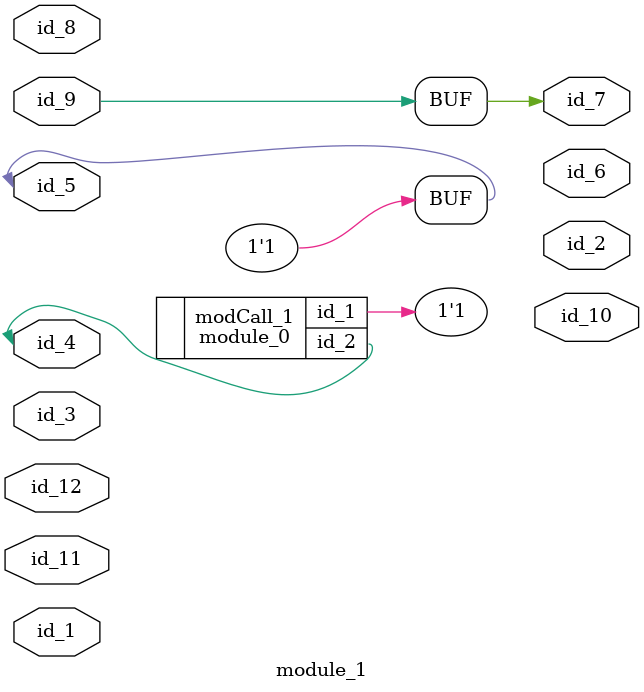
<source format=v>
module module_0 (
    id_1,
    id_2
);
  inout wire id_2;
  output wire id_1;
  wire id_3;
  wire id_4, id_5;
endmodule
module module_1 (
    id_1,
    id_2,
    id_3,
    id_4,
    id_5,
    id_6,
    id_7,
    id_8,
    id_9,
    id_10,
    id_11,
    id_12
);
  input wire id_12;
  input wire id_11;
  output wire id_10;
  inout wire id_9;
  input wire id_8;
  output wire id_7;
  output wire id_6;
  inout wire id_5;
  inout wire id_4;
  input wire id_3;
  output wire id_2;
  input wire id_1;
  initial id_7 = id_9;
  module_0 modCall_1 (
      id_5,
      id_4
  );
  assign id_5 = 1;
endmodule

</source>
